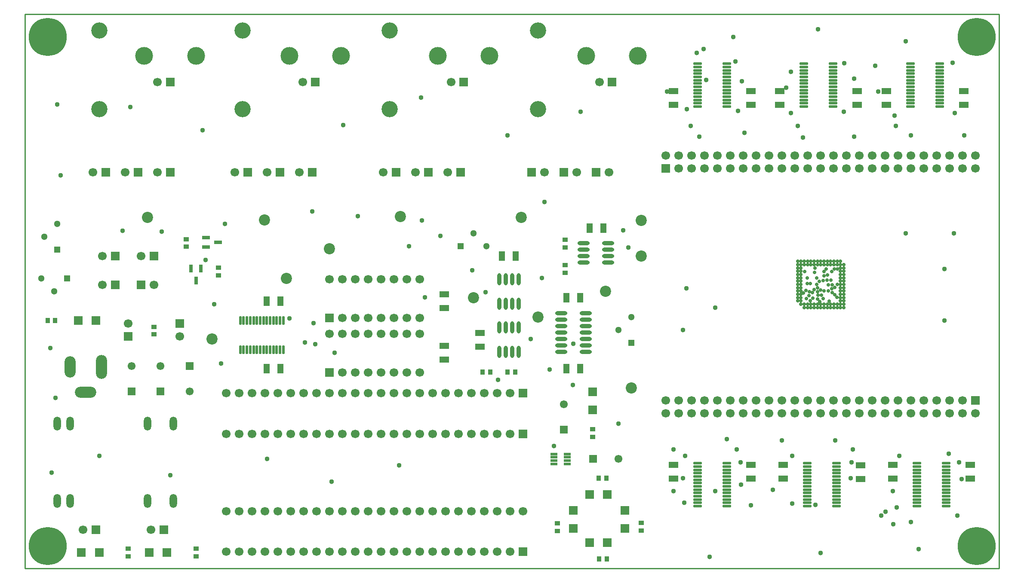
<source format=gts>
%FSAX25Y25*%
%MOIN*%
G70*
G01*
G75*
G04 Layer_Color=8388736*
%ADD10C,0.01000*%
%ADD11C,0.01500*%
%ADD12C,0.00800*%
%ADD13C,0.00500*%
%ADD14R,0.05709X0.02362*%
%ADD15R,0.02362X0.05709*%
%ADD16R,0.03543X0.02756*%
%ADD17O,0.08661X0.02362*%
%ADD18R,0.05906X0.05906*%
%ADD19R,0.02756X0.03543*%
%ADD20O,0.06102X0.01378*%
%ADD21R,0.04803X0.01575*%
%ADD22R,0.06693X0.04331*%
%ADD23R,0.04331X0.06693*%
%ADD24R,0.05906X0.05906*%
%ADD25O,0.01378X0.06102*%
%ADD26O,0.02362X0.08661*%
%ADD27C,0.01969*%
%ADD28C,0.25590*%
%ADD29C,0.05906*%
%ADD30C,0.07874*%
%ADD31C,0.04331*%
%ADD32R,0.04331X0.04331*%
%ADD33R,0.04331X0.04331*%
%ADD34O,0.07874X0.17716*%
%ADD35O,0.07874X0.15748*%
%ADD36O,0.15748X0.07874*%
%ADD37C,0.05906*%
%ADD38O,0.05000X0.10000*%
%ADD39C,0.05315*%
%ADD40R,0.05315X0.05315*%
%ADD41R,0.05315X0.05315*%
%ADD42C,0.12992*%
%ADD43C,0.11811*%
%ADD44C,0.03000*%
%ADD45C,0.02000*%
%ADD46C,0.00984*%
%ADD47C,0.02362*%
%ADD48C,0.00787*%
%ADD49C,0.00098*%
%ADD50C,0.00100*%
%ADD51C,0.00098*%
%ADD52R,0.06496X0.03150*%
%ADD53R,0.03150X0.06496*%
%ADD54R,0.04331X0.03543*%
%ADD55O,0.09449X0.03150*%
%ADD56R,0.06693X0.06693*%
%ADD57R,0.03543X0.04331*%
%ADD58O,0.06890X0.02165*%
%ADD59R,0.05591X0.02362*%
%ADD60R,0.07480X0.05118*%
%ADD61R,0.05118X0.07480*%
%ADD62R,0.06693X0.06693*%
%ADD63O,0.02165X0.06890*%
%ADD64O,0.03150X0.09449*%
%ADD65C,0.02756*%
%ADD66C,0.29528*%
%ADD67C,0.06693*%
%ADD68C,0.08661*%
%ADD69C,0.05118*%
%ADD70R,0.05118X0.05118*%
%ADD71R,0.05118X0.05118*%
%ADD72O,0.08661X0.18504*%
%ADD73O,0.08661X0.16535*%
%ADD74O,0.16535X0.08661*%
%ADD75C,0.06693*%
%ADD76O,0.05787X0.10787*%
%ADD77C,0.06102*%
%ADD78R,0.06102X0.06102*%
%ADD79R,0.06102X0.06102*%
%ADD80C,0.13780*%
%ADD81C,0.12598*%
%ADD82C,0.03787*%
%ADD83C,0.02787*%
D10*
X0205000Y1095000D02*
X0960000D01*
Y0665000D02*
Y1095000D01*
X0205000Y0665000D02*
X0960000D01*
X0205000D02*
Y1095000D01*
D13*
X0262697Y0816500D02*
G03*
X0266100Y0816400I0001703J0000000D01*
G01*
X0266103Y0826400D02*
G03*
X0262700Y0826500I-0001703J0000000D01*
G01*
X0247900Y0803509D02*
G03*
X0247800Y0800094I0000000J-0001709D01*
G01*
X0255800Y0800091D02*
G03*
X0255900Y0803506I0000000J0001709D01*
G01*
X0238291Y0817500D02*
G03*
X0241706Y0817400I0001709J0000000D01*
G01*
X0241709Y0825400D02*
G03*
X0238294Y0825500I-0001709J0000000D01*
G01*
X0266100Y0816200D02*
Y0826500D01*
X0262700Y0816200D02*
Y0826500D01*
X0247800Y0800100D02*
X0256000D01*
X0247800Y0803500D02*
X0256000D01*
X0241700Y0817300D02*
Y0825500D01*
X0238300Y0817300D02*
Y0825500D01*
D52*
X0345374Y0921740D02*
D03*
Y0914260D02*
D03*
X0354626Y0918000D02*
D03*
D53*
X0337500Y0888374D02*
D03*
X0333760Y0897626D02*
D03*
X0341240D02*
D03*
D54*
X0355000Y0892547D02*
D03*
Y0898453D02*
D03*
X0330000Y0920500D02*
D03*
Y0914594D02*
D03*
X0682500Y0700453D02*
D03*
Y0694547D02*
D03*
X0285000Y0674547D02*
D03*
Y0680453D02*
D03*
X0337500Y0674547D02*
D03*
Y0680453D02*
D03*
X0645000Y0772953D02*
D03*
Y0767047D02*
D03*
X0617500Y0700000D02*
D03*
Y0694095D02*
D03*
X0623500Y0894500D02*
D03*
Y0900406D02*
D03*
X0623500Y0914047D02*
D03*
Y0919953D02*
D03*
X0305000Y0852500D02*
D03*
Y0846595D02*
D03*
D55*
X0656949Y0902500D02*
D03*
Y0907500D02*
D03*
Y0912500D02*
D03*
Y0917500D02*
D03*
X0638051Y0902500D02*
D03*
Y0907500D02*
D03*
Y0912500D02*
D03*
Y0917500D02*
D03*
X0620602Y0863000D02*
D03*
Y0858000D02*
D03*
Y0853000D02*
D03*
Y0848000D02*
D03*
Y0843000D02*
D03*
Y0838000D02*
D03*
Y0833000D02*
D03*
X0639500Y0863000D02*
D03*
Y0858000D02*
D03*
Y0853000D02*
D03*
Y0848000D02*
D03*
Y0843000D02*
D03*
Y0838000D02*
D03*
Y0833000D02*
D03*
D56*
X0260000Y0857500D02*
D03*
X0246220D02*
D03*
X0315000Y0677500D02*
D03*
X0301220D02*
D03*
X0248720D02*
D03*
X0262500D02*
D03*
X0642500Y0685000D02*
D03*
X0656280D02*
D03*
X0642500Y0722500D02*
D03*
X0656280D02*
D03*
X0701700Y0975400D02*
D03*
X0941700Y0795400D02*
D03*
X0292500Y0972500D02*
D03*
X0295000Y0885000D02*
D03*
X0275000D02*
D03*
X0267500Y0972500D02*
D03*
X0542500D02*
D03*
X0492500D02*
D03*
X0305000Y0907500D02*
D03*
X0275000D02*
D03*
X0317500Y0972500D02*
D03*
X0517500D02*
D03*
X0427500D02*
D03*
X0377500D02*
D03*
X0402500D02*
D03*
X0591000Y0678000D02*
D03*
Y0801000D02*
D03*
X0260000Y0695000D02*
D03*
X0312500D02*
D03*
X0622500Y0972500D02*
D03*
X0597500D02*
D03*
X0647500D02*
D03*
X0591000Y0769500D02*
D03*
D57*
X0228405Y0857500D02*
D03*
X0222500D02*
D03*
X0650000Y0672500D02*
D03*
X0655905D02*
D03*
X0649547Y0735000D02*
D03*
X0655453D02*
D03*
X0565453Y0817500D02*
D03*
X0559547D02*
D03*
X0585000Y0817500D02*
D03*
X0579094D02*
D03*
D58*
X0811181Y0746634D02*
D03*
Y0744075D02*
D03*
Y0741516D02*
D03*
Y0738957D02*
D03*
Y0736398D02*
D03*
Y0733839D02*
D03*
Y0731280D02*
D03*
Y0728721D02*
D03*
Y0726161D02*
D03*
Y0723602D02*
D03*
Y0721043D02*
D03*
Y0718484D02*
D03*
Y0715925D02*
D03*
Y0713366D02*
D03*
X0833819Y0746634D02*
D03*
Y0744075D02*
D03*
Y0741516D02*
D03*
Y0738957D02*
D03*
Y0736398D02*
D03*
Y0733839D02*
D03*
Y0731280D02*
D03*
Y0728721D02*
D03*
Y0726161D02*
D03*
Y0723602D02*
D03*
Y0721043D02*
D03*
Y0718484D02*
D03*
Y0715925D02*
D03*
Y0713366D02*
D03*
X0896181Y0746634D02*
D03*
Y0744075D02*
D03*
Y0741516D02*
D03*
Y0738957D02*
D03*
Y0736398D02*
D03*
Y0733839D02*
D03*
Y0731280D02*
D03*
Y0728721D02*
D03*
Y0726161D02*
D03*
Y0723602D02*
D03*
Y0721043D02*
D03*
Y0718484D02*
D03*
Y0715925D02*
D03*
Y0713366D02*
D03*
X0918819Y0746634D02*
D03*
Y0744075D02*
D03*
Y0741516D02*
D03*
Y0738957D02*
D03*
Y0736398D02*
D03*
Y0733839D02*
D03*
Y0731280D02*
D03*
Y0728721D02*
D03*
Y0726161D02*
D03*
Y0723602D02*
D03*
Y0721043D02*
D03*
Y0718484D02*
D03*
Y0715925D02*
D03*
Y0713366D02*
D03*
X0913819Y1023366D02*
D03*
Y1025925D02*
D03*
Y1028484D02*
D03*
Y1031043D02*
D03*
Y1033602D02*
D03*
Y1036162D02*
D03*
Y1038721D02*
D03*
Y1041280D02*
D03*
Y1043839D02*
D03*
Y1046398D02*
D03*
Y1048957D02*
D03*
Y1051516D02*
D03*
Y1054075D02*
D03*
Y1056634D02*
D03*
X0891181Y1023366D02*
D03*
Y1025925D02*
D03*
Y1028484D02*
D03*
Y1031043D02*
D03*
Y1033602D02*
D03*
Y1036162D02*
D03*
Y1038721D02*
D03*
Y1041280D02*
D03*
Y1043839D02*
D03*
Y1046398D02*
D03*
Y1048957D02*
D03*
Y1051516D02*
D03*
Y1054075D02*
D03*
Y1056634D02*
D03*
X0831319Y1023366D02*
D03*
Y1025925D02*
D03*
Y1028484D02*
D03*
Y1031043D02*
D03*
Y1033602D02*
D03*
Y1036162D02*
D03*
Y1038721D02*
D03*
Y1041280D02*
D03*
Y1043839D02*
D03*
Y1046398D02*
D03*
Y1048957D02*
D03*
Y1051516D02*
D03*
Y1054075D02*
D03*
Y1056634D02*
D03*
X0808681Y1023366D02*
D03*
Y1025925D02*
D03*
Y1028484D02*
D03*
Y1031043D02*
D03*
Y1033602D02*
D03*
Y1036162D02*
D03*
Y1038721D02*
D03*
Y1041280D02*
D03*
Y1043839D02*
D03*
Y1046398D02*
D03*
Y1048957D02*
D03*
Y1051516D02*
D03*
Y1054075D02*
D03*
Y1056634D02*
D03*
X0748819Y1023366D02*
D03*
Y1025925D02*
D03*
Y1028484D02*
D03*
Y1031043D02*
D03*
Y1033602D02*
D03*
Y1036162D02*
D03*
Y1038721D02*
D03*
Y1041280D02*
D03*
Y1043839D02*
D03*
Y1046398D02*
D03*
Y1048957D02*
D03*
Y1051516D02*
D03*
Y1054075D02*
D03*
Y1056634D02*
D03*
X0726181Y1023366D02*
D03*
Y1025925D02*
D03*
Y1028484D02*
D03*
Y1031043D02*
D03*
Y1033602D02*
D03*
Y1036162D02*
D03*
Y1038721D02*
D03*
Y1041280D02*
D03*
Y1043839D02*
D03*
Y1046398D02*
D03*
Y1048957D02*
D03*
Y1051516D02*
D03*
Y1054075D02*
D03*
Y1056634D02*
D03*
X0748819Y0713366D02*
D03*
Y0715925D02*
D03*
Y0718484D02*
D03*
Y0721043D02*
D03*
Y0723602D02*
D03*
Y0726161D02*
D03*
Y0728721D02*
D03*
Y0731280D02*
D03*
Y0733839D02*
D03*
Y0736398D02*
D03*
Y0738957D02*
D03*
Y0741516D02*
D03*
Y0744075D02*
D03*
Y0746634D02*
D03*
X0726181Y0713366D02*
D03*
Y0715925D02*
D03*
Y0718484D02*
D03*
Y0721043D02*
D03*
Y0723602D02*
D03*
Y0726161D02*
D03*
Y0728721D02*
D03*
Y0731280D02*
D03*
Y0733839D02*
D03*
Y0736398D02*
D03*
Y0738957D02*
D03*
Y0741516D02*
D03*
Y0744075D02*
D03*
Y0746634D02*
D03*
D59*
X0614843Y0753839D02*
D03*
Y0751280D02*
D03*
Y0748721D02*
D03*
Y0746162D02*
D03*
X0625157D02*
D03*
Y0748721D02*
D03*
Y0751280D02*
D03*
Y0753839D02*
D03*
D60*
X0530000Y0837815D02*
D03*
Y0827185D02*
D03*
Y0867185D02*
D03*
Y0877815D02*
D03*
X0852500Y0745000D02*
D03*
Y0734370D02*
D03*
X0937500Y0745315D02*
D03*
Y0734685D02*
D03*
X0792500Y0745315D02*
D03*
Y0734685D02*
D03*
X0877500D02*
D03*
Y0745315D02*
D03*
X0872500Y1024685D02*
D03*
Y1035315D02*
D03*
X0790000D02*
D03*
Y1024685D02*
D03*
X0707500Y1035315D02*
D03*
Y1024685D02*
D03*
X0850000Y1035315D02*
D03*
Y1024685D02*
D03*
X0767500Y1035315D02*
D03*
Y1024685D02*
D03*
X0932500D02*
D03*
Y1035315D02*
D03*
X0767500Y0734685D02*
D03*
Y0745315D02*
D03*
X0707500Y0734685D02*
D03*
Y0745315D02*
D03*
X0557500Y0837185D02*
D03*
Y0847815D02*
D03*
D61*
X0624685Y0875000D02*
D03*
X0635315D02*
D03*
X0624685Y0820000D02*
D03*
X0635315D02*
D03*
X0653358Y0929000D02*
D03*
X0642728D02*
D03*
X0402815Y0820000D02*
D03*
X0392185D02*
D03*
Y0872500D02*
D03*
X0402815D02*
D03*
X0574685Y0907500D02*
D03*
X0585315D02*
D03*
D62*
X0630000Y0710000D02*
D03*
Y0696220D02*
D03*
X0670000Y0710000D02*
D03*
Y0696220D02*
D03*
X0645000Y0801890D02*
D03*
Y0788110D02*
D03*
X0285000Y0845000D02*
D03*
X0325000Y0855000D02*
D03*
X0441000Y0817000D02*
D03*
X0441000Y0859500D02*
D03*
X0660000Y1042500D02*
D03*
X0317500D02*
D03*
X0545000D02*
D03*
X0430000D02*
D03*
D63*
X0405134Y0857319D02*
D03*
X0402575D02*
D03*
X0400016D02*
D03*
X0397457D02*
D03*
X0394898D02*
D03*
X0392338D02*
D03*
X0389779D02*
D03*
X0387220D02*
D03*
X0384661D02*
D03*
X0382102D02*
D03*
X0379543D02*
D03*
X0376984D02*
D03*
X0374425D02*
D03*
X0371866D02*
D03*
X0405134Y0834681D02*
D03*
X0402575D02*
D03*
X0400016D02*
D03*
X0397457D02*
D03*
X0394898D02*
D03*
X0392338D02*
D03*
X0389779D02*
D03*
X0387220D02*
D03*
X0384661D02*
D03*
X0382102D02*
D03*
X0379543D02*
D03*
X0376984D02*
D03*
X0374425D02*
D03*
X0371866D02*
D03*
D64*
X0587500Y0851949D02*
D03*
X0582500D02*
D03*
X0577500D02*
D03*
X0572500D02*
D03*
X0587500Y0833051D02*
D03*
X0582500D02*
D03*
X0577500D02*
D03*
X0572500D02*
D03*
X0587500Y0889449D02*
D03*
X0582500D02*
D03*
X0577500D02*
D03*
X0572500D02*
D03*
X0587500Y0870551D02*
D03*
X0582500D02*
D03*
X0577500D02*
D03*
X0572500D02*
D03*
D65*
X0806346Y0870046D02*
D03*
Y0872605D02*
D03*
X0803787D02*
D03*
X0806346Y0875164D02*
D03*
X0803787D02*
D03*
X0806346Y0877723D02*
D03*
X0803787D02*
D03*
X0806346Y0880282D02*
D03*
X0803787D02*
D03*
X0806346Y0882841D02*
D03*
X0803787D02*
D03*
X0806346Y0885400D02*
D03*
X0803787D02*
D03*
X0806346Y0887959D02*
D03*
X0803787D02*
D03*
X0806346Y0890518D02*
D03*
X0803787D02*
D03*
X0806346Y0893077D02*
D03*
X0803787D02*
D03*
X0806346Y0895636D02*
D03*
X0803787D02*
D03*
X0806346Y0898195D02*
D03*
X0803787D02*
D03*
Y0900754D02*
D03*
Y0903313D02*
D03*
X0806346Y0900754D02*
D03*
Y0903313D02*
D03*
X0808905Y0900754D02*
D03*
Y0903313D02*
D03*
X0811464Y0900754D02*
D03*
Y0903313D02*
D03*
X0814023Y0900754D02*
D03*
Y0903313D02*
D03*
X0816582Y0900754D02*
D03*
Y0903313D02*
D03*
X0819141Y0900754D02*
D03*
Y0903313D02*
D03*
X0821700Y0900754D02*
D03*
Y0903313D02*
D03*
X0824259Y0900754D02*
D03*
Y0903313D02*
D03*
X0826818Y0900754D02*
D03*
Y0903313D02*
D03*
X0829377Y0900754D02*
D03*
Y0903313D02*
D03*
X0831936Y0900754D02*
D03*
Y0903313D02*
D03*
X0834495Y0900754D02*
D03*
Y0903313D02*
D03*
X0837054D02*
D03*
Y0900754D02*
D03*
X0839613D02*
D03*
X0837054Y0898195D02*
D03*
X0839613D02*
D03*
X0837054Y0895636D02*
D03*
X0839613D02*
D03*
X0837054Y0893077D02*
D03*
X0839613D02*
D03*
X0837054Y0890518D02*
D03*
X0839613D02*
D03*
X0837054Y0887959D02*
D03*
X0839613D02*
D03*
X0837054Y0885400D02*
D03*
X0839613D02*
D03*
X0837054Y0882841D02*
D03*
X0839613D02*
D03*
X0837054Y0880282D02*
D03*
X0839613D02*
D03*
X0837054Y0877723D02*
D03*
X0839613D02*
D03*
X0837054Y0875164D02*
D03*
X0839613D02*
D03*
X0837054Y0872605D02*
D03*
X0839613D02*
D03*
Y0870046D02*
D03*
Y0867487D02*
D03*
X0837054Y0870046D02*
D03*
Y0867487D02*
D03*
X0834495Y0870046D02*
D03*
Y0867487D02*
D03*
X0831936Y0870046D02*
D03*
Y0867487D02*
D03*
X0829377Y0870046D02*
D03*
Y0867487D02*
D03*
X0826818Y0870046D02*
D03*
Y0867487D02*
D03*
X0824259Y0870046D02*
D03*
Y0867487D02*
D03*
X0821700Y0870046D02*
D03*
Y0867487D02*
D03*
X0819141Y0870046D02*
D03*
Y0867487D02*
D03*
X0816582Y0870046D02*
D03*
Y0867487D02*
D03*
X0814023Y0870046D02*
D03*
Y0867487D02*
D03*
X0811464Y0870046D02*
D03*
Y0867487D02*
D03*
X0808905Y0870046D02*
D03*
Y0867487D02*
D03*
D66*
X0942500Y0682500D02*
D03*
X0222500D02*
D03*
X0942500Y1077500D02*
D03*
X0222500D02*
D03*
D67*
X0711700Y0975400D02*
D03*
X0721700D02*
D03*
X0741700D02*
D03*
X0731700D02*
D03*
X0801700D02*
D03*
X0791700D02*
D03*
X0761700D02*
D03*
X0751700D02*
D03*
X0781700D02*
D03*
X0771700D02*
D03*
X0731700Y0985400D02*
D03*
X0751700D02*
D03*
X0741700D02*
D03*
X0701700D02*
D03*
X0721700D02*
D03*
X0711700D02*
D03*
X0771700D02*
D03*
X0761700D02*
D03*
X0811700Y0975400D02*
D03*
X0781700Y0985400D02*
D03*
X0791700D02*
D03*
X0811700D02*
D03*
X0801700D02*
D03*
X0861700Y0975400D02*
D03*
X0881700D02*
D03*
X0871700D02*
D03*
X0831700D02*
D03*
X0821700D02*
D03*
X0851700D02*
D03*
X0841700D02*
D03*
X0901700D02*
D03*
X0921700D02*
D03*
X0931700D02*
D03*
X0891700D02*
D03*
X0941700D02*
D03*
X0861700Y0985400D02*
D03*
X0881700D02*
D03*
X0871700D02*
D03*
X0831700D02*
D03*
X0821700D02*
D03*
X0851700D02*
D03*
X0841700D02*
D03*
X0901700D02*
D03*
X0891700D02*
D03*
X0911700Y0975400D02*
D03*
Y0985400D02*
D03*
X0931700D02*
D03*
X0921700D02*
D03*
X0941700D02*
D03*
X0721700Y0785400D02*
D03*
X0751700D02*
D03*
X0741700D02*
D03*
X0711700D02*
D03*
X0701700D02*
D03*
X0811700D02*
D03*
X0801700D02*
D03*
X0771700D02*
D03*
X0761700D02*
D03*
X0791700D02*
D03*
X0781700D02*
D03*
X0711700Y0795400D02*
D03*
X0731700Y0785400D02*
D03*
X0721700Y0795400D02*
D03*
X0731700D02*
D03*
X0701700D02*
D03*
X0751700D02*
D03*
X0741700D02*
D03*
X0761700D02*
D03*
X0781700D02*
D03*
X0771700D02*
D03*
X0791700D02*
D03*
X0811700D02*
D03*
X0801700D02*
D03*
X0851700Y0785400D02*
D03*
X0871700D02*
D03*
X0861700D02*
D03*
X0821700D02*
D03*
X0841700D02*
D03*
X0831700D02*
D03*
X0881700D02*
D03*
X0901700D02*
D03*
X0891700D02*
D03*
X0921700D02*
D03*
X0911700D02*
D03*
X0931700D02*
D03*
X0861700Y0795400D02*
D03*
X0881700D02*
D03*
X0871700D02*
D03*
X0831700D02*
D03*
X0821700D02*
D03*
X0851700D02*
D03*
X0841700D02*
D03*
X0901700D02*
D03*
X0941700Y0785400D02*
D03*
X0911700Y0795400D02*
D03*
X0921700D02*
D03*
X0891700D02*
D03*
X0931700D02*
D03*
X0285000Y0855000D02*
D03*
X0325000Y0845000D02*
D03*
X0282500Y0972500D02*
D03*
X0305000Y0885000D02*
D03*
X0265000D02*
D03*
X0257500Y0972500D02*
D03*
X0532500D02*
D03*
X0482500D02*
D03*
X0295000Y0907500D02*
D03*
X0265000D02*
D03*
X0307500Y0972500D02*
D03*
X0507500D02*
D03*
X0417500D02*
D03*
X0367500D02*
D03*
X0392500D02*
D03*
X0361000Y0678000D02*
D03*
X0371000D02*
D03*
X0381000D02*
D03*
X0391000D02*
D03*
X0401000D02*
D03*
X0411000D02*
D03*
X0421000D02*
D03*
X0431000D02*
D03*
X0441000D02*
D03*
X0451000D02*
D03*
X0461000D02*
D03*
X0471000D02*
D03*
X0481000D02*
D03*
X0491000D02*
D03*
X0501000D02*
D03*
X0511000D02*
D03*
X0521000D02*
D03*
X0531000D02*
D03*
X0541000D02*
D03*
X0551000D02*
D03*
X0561000D02*
D03*
X0571000D02*
D03*
X0581000D02*
D03*
X0361000Y0801000D02*
D03*
X0371000D02*
D03*
X0381000D02*
D03*
X0391000D02*
D03*
X0401000D02*
D03*
X0411000D02*
D03*
X0421000D02*
D03*
X0431000D02*
D03*
X0441000D02*
D03*
X0451000D02*
D03*
X0461000D02*
D03*
X0471000D02*
D03*
X0481000D02*
D03*
X0491000D02*
D03*
X0501000D02*
D03*
X0511000D02*
D03*
X0521000D02*
D03*
X0531000D02*
D03*
X0541000D02*
D03*
X0551000D02*
D03*
X0561000D02*
D03*
X0571000D02*
D03*
X0581000D02*
D03*
X0240000Y0817500D02*
D03*
Y0825374D02*
D03*
X0255748Y0801752D02*
D03*
X0247874D02*
D03*
X0451000Y0817000D02*
D03*
X0461000D02*
D03*
X0471000D02*
D03*
X0481000D02*
D03*
X0491000D02*
D03*
X0501000D02*
D03*
X0511000D02*
D03*
X0441000Y0847000D02*
D03*
X0451000D02*
D03*
X0461000D02*
D03*
X0471000D02*
D03*
X0481000D02*
D03*
X0491000D02*
D03*
X0501000D02*
D03*
X0511000D02*
D03*
X0451000Y0859500D02*
D03*
X0461000D02*
D03*
X0471000D02*
D03*
X0481000D02*
D03*
X0491000D02*
D03*
X0501000D02*
D03*
X0511000D02*
D03*
X0441000Y0889500D02*
D03*
X0451000D02*
D03*
X0461000D02*
D03*
X0471000D02*
D03*
X0481000D02*
D03*
X0491000D02*
D03*
X0501000D02*
D03*
X0511000D02*
D03*
X0650157Y1042500D02*
D03*
X0307657D02*
D03*
X0535157D02*
D03*
X0420157D02*
D03*
X0250000Y0695000D02*
D03*
X0302500D02*
D03*
X0632500Y0972500D02*
D03*
X0607500D02*
D03*
X0657500D02*
D03*
X0591000Y0709500D02*
D03*
X0581000Y0769500D02*
D03*
X0571000D02*
D03*
X0561000D02*
D03*
X0551000D02*
D03*
X0541000D02*
D03*
X0531000D02*
D03*
X0521000D02*
D03*
X0511000D02*
D03*
X0501000D02*
D03*
X0491000D02*
D03*
X0481000D02*
D03*
X0471000D02*
D03*
X0461000D02*
D03*
X0451000D02*
D03*
X0441000D02*
D03*
X0431000D02*
D03*
X0421000D02*
D03*
X0411000D02*
D03*
X0401000D02*
D03*
X0391000D02*
D03*
X0381000D02*
D03*
X0371000D02*
D03*
X0361000D02*
D03*
Y0709500D02*
D03*
X0371000D02*
D03*
X0381000D02*
D03*
X0391000D02*
D03*
X0401000D02*
D03*
X0411000D02*
D03*
X0421000D02*
D03*
X0431000D02*
D03*
X0441000D02*
D03*
X0451000D02*
D03*
X0461000D02*
D03*
X0471000D02*
D03*
X0481000D02*
D03*
X0491000D02*
D03*
X0501000D02*
D03*
X0511000D02*
D03*
X0521000D02*
D03*
X0531000D02*
D03*
X0541000D02*
D03*
X0551000D02*
D03*
X0561000D02*
D03*
X0571000D02*
D03*
X0581000D02*
D03*
D68*
X0350000Y0843000D02*
D03*
X0390500Y0935500D02*
D03*
X0675000Y0805000D02*
D03*
X0496000Y0938000D02*
D03*
X0589500Y0937500D02*
D03*
X0300000D02*
D03*
X0682500Y0907500D02*
D03*
X0655000Y0880000D02*
D03*
X0682500Y0935000D02*
D03*
X0441000Y0913000D02*
D03*
X0407500Y0890000D02*
D03*
X0552500Y0875000D02*
D03*
X0602500Y0860000D02*
D03*
D69*
X0552500Y0925000D02*
D03*
X0562500Y0915000D02*
D03*
X0665000Y0850000D02*
D03*
X0675000Y0860000D02*
D03*
X0220000Y0922500D02*
D03*
X0230000Y0932500D02*
D03*
X0227500Y0880000D02*
D03*
X0217500Y0890000D02*
D03*
D70*
X0542500Y0915000D02*
D03*
X0237500Y0890000D02*
D03*
D71*
X0675000Y0840000D02*
D03*
X0230000Y0912500D02*
D03*
D72*
X0264409Y0821437D02*
D03*
D73*
X0240000D02*
D03*
D74*
X0251811Y0801752D02*
D03*
D75*
X0264409Y0826358D02*
D03*
Y0816516D02*
D03*
D76*
X0230000Y0717500D02*
D03*
X0240000D02*
D03*
X0300000D02*
D03*
X0320000D02*
D03*
X0230000Y0777500D02*
D03*
X0240000D02*
D03*
X0300000D02*
D03*
X0320000D02*
D03*
D77*
X0332500Y0802500D02*
D03*
X0287500Y0822185D02*
D03*
X0310000D02*
D03*
X0622500Y0792343D02*
D03*
X0664843Y0750000D02*
D03*
D78*
X0332500Y0822185D02*
D03*
X0287500Y0802500D02*
D03*
X0310000D02*
D03*
X0622500Y0772657D02*
D03*
D79*
X0645157Y0750000D02*
D03*
D80*
X0680079Y1062579D02*
D03*
X0639921D02*
D03*
X0337579D02*
D03*
X0297421D02*
D03*
X0565079D02*
D03*
X0524921D02*
D03*
X0450079D02*
D03*
X0409921D02*
D03*
D81*
X0373500Y1082500D02*
D03*
Y1021476D02*
D03*
X0602500Y1082500D02*
D03*
Y1021476D02*
D03*
X0487500Y1082500D02*
D03*
Y1021476D02*
D03*
X0262500Y1082500D02*
D03*
Y1021476D02*
D03*
D82*
X0607500Y0949500D02*
D03*
X0512500Y0935000D02*
D03*
X0427500Y0942000D02*
D03*
X0756500Y0757500D02*
D03*
X0924000Y1057500D02*
D03*
X0721000Y1008500D02*
D03*
X0804000D02*
D03*
X0880000D02*
D03*
X0759500Y0747500D02*
D03*
X0845500D02*
D03*
X0929000D02*
D03*
X0716500Y0752500D02*
D03*
X0799500D02*
D03*
X0882500D02*
D03*
X0614843Y0760000D02*
D03*
X0757500Y1020000D02*
D03*
X0839500Y1019500D02*
D03*
X0925500Y1018500D02*
D03*
X0718000Y1021500D02*
D03*
X0798500Y1018500D02*
D03*
X0879000Y1016500D02*
D03*
X0868500Y0706000D02*
D03*
X0878000Y0699500D02*
D03*
X0872000Y0709000D02*
D03*
X0891500Y0701000D02*
D03*
X0731000Y1068000D02*
D03*
X0880500Y0712500D02*
D03*
X0846500Y0757500D02*
D03*
X0767500Y0714000D02*
D03*
X0817500Y0714500D02*
D03*
X0864000Y1055000D02*
D03*
X0725500Y1065000D02*
D03*
X0672500Y0914000D02*
D03*
X0630000Y0839500D02*
D03*
X0571500Y0811500D02*
D03*
X0597000Y0843000D02*
D03*
X0515000Y0875500D02*
D03*
X0562000Y0879500D02*
D03*
X0345000Y0904500D02*
D03*
X0311000Y0926500D02*
D03*
X0527000Y0923000D02*
D03*
X0428500Y0855500D02*
D03*
X0611500Y0819500D02*
D03*
X0668500Y0927500D02*
D03*
X0551500Y0896500D02*
D03*
X0422000Y0840500D02*
D03*
X0921000Y0754000D02*
D03*
X0430000Y0839000D02*
D03*
X0799500Y0715500D02*
D03*
X0716000Y0716000D02*
D03*
X0798500Y1050500D02*
D03*
X0927500Y0706000D02*
D03*
X0755500Y1058500D02*
D03*
X0840000Y1057000D02*
D03*
X0760000Y0730000D02*
D03*
X0740000Y0725000D02*
D03*
X0707500D02*
D03*
X0845000Y0735000D02*
D03*
X0877500Y0725000D02*
D03*
X0887500Y0925000D02*
D03*
X0917500Y0897500D02*
D03*
X0925000Y0925000D02*
D03*
X0917500Y0857500D02*
D03*
X0717500Y0882500D02*
D03*
X0715000Y0850000D02*
D03*
X0740000Y0867500D02*
D03*
X0665000Y0777500D02*
D03*
X0495000Y0745000D02*
D03*
X0502500Y0915000D02*
D03*
X0230000Y1025000D02*
D03*
X0232500Y0970000D02*
D03*
X0342500Y1005000D02*
D03*
X0360000Y0932500D02*
D03*
X0262500Y0752500D02*
D03*
X0317500Y0737500D02*
D03*
X0392500Y0750000D02*
D03*
X0442500Y0732500D02*
D03*
X0715000Y0735000D02*
D03*
X0707500Y0757500D02*
D03*
X0931000Y0734500D02*
D03*
X0702500Y1035000D02*
D03*
X0795000Y1038000D02*
D03*
X0727500Y1000000D02*
D03*
X0866250Y1035000D02*
D03*
X0847500Y1045000D02*
D03*
X0784500Y0726000D02*
D03*
X0833000Y0764500D02*
D03*
X0735500Y0674000D02*
D03*
X0821500Y0677000D02*
D03*
X0897500Y0680000D02*
D03*
X0760500Y1043000D02*
D03*
X0280500Y0927000D02*
D03*
X0451500Y1009000D02*
D03*
X0512000Y1030500D02*
D03*
X0579000Y1001000D02*
D03*
X0635500Y1019500D02*
D03*
X0754000Y1077500D02*
D03*
X0819500Y1083500D02*
D03*
X0887500Y1074000D02*
D03*
X0286500Y1023000D02*
D03*
X0224500Y0836000D02*
D03*
X0228500Y0797500D02*
D03*
X0225500Y0739500D02*
D03*
X0351500Y0870000D02*
D03*
X0357000Y0824000D02*
D03*
X0463000Y0938500D02*
D03*
X0445000Y0832500D02*
D03*
X0605500Y0890500D02*
D03*
X0629500Y0807500D02*
D03*
X0410000Y0859000D02*
D03*
X0749000Y0765500D02*
D03*
X0791500Y0764500D02*
D03*
X0762500Y1003000D02*
D03*
X0808000Y0999500D02*
D03*
X0847500Y1000000D02*
D03*
X0891500Y1001000D02*
D03*
X0933000D02*
D03*
X0733000Y1044000D02*
D03*
D83*
X0824200Y0880400D02*
D03*
X0818700Y0885400D02*
D03*
X0823700Y0888400D02*
D03*
X0824200Y0891900D02*
D03*
X0826000Y0897500D02*
D03*
X0826800Y0892600D02*
D03*
X0830200Y0895400D02*
D03*
X0832200Y0897400D02*
D03*
X0834700D02*
D03*
X0826500Y0888800D02*
D03*
X0827700Y0884900D02*
D03*
X0834700Y0885400D02*
D03*
X0832700Y0883100D02*
D03*
X0830100Y0881900D02*
D03*
X0830700Y0878900D02*
D03*
X0827700Y0880400D02*
D03*
X0834200Y0875400D02*
D03*
X0832700Y0877400D02*
D03*
X0819141Y0873950D02*
D03*
X0830700Y0885100D02*
D03*
X0821700Y0880900D02*
D03*
X0828200Y0872400D02*
D03*
X0823532Y0874457D02*
D03*
X0822200Y0876900D02*
D03*
X0821000Y0872000D02*
D03*
X0829600Y0888800D02*
D03*
X0824250Y0895468D02*
D03*
X0817000Y0894800D02*
D03*
X0817300Y0897900D02*
D03*
X0811200Y0890500D02*
D03*
X0820600Y0887700D02*
D03*
X0818700Y0890400D02*
D03*
X0813700Y0872600D02*
D03*
X0815476Y0874576D02*
D03*
X0810600Y0874500D02*
D03*
X0812500Y0876700D02*
D03*
X0815300Y0878900D02*
D03*
X0808339Y0878761D02*
D03*
X0819700Y0876900D02*
D03*
X0810100Y0880600D02*
D03*
X0819100Y0879800D02*
D03*
X0819300Y0882700D02*
D03*
X0816600Y0881400D02*
D03*
X0813700Y0886000D02*
D03*
X0811200Y0886100D02*
D03*
X0812900Y0879700D02*
D03*
X0809300Y0895300D02*
D03*
M02*

</source>
